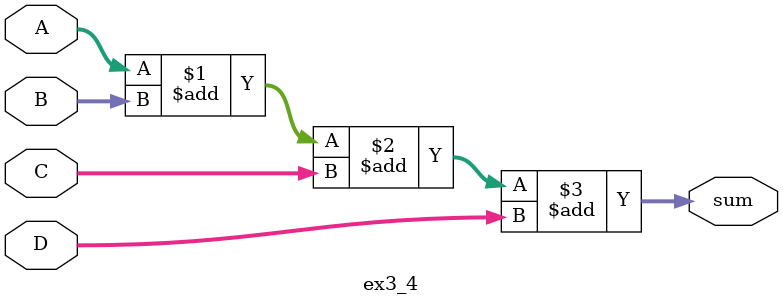
<source format=v>
module ex3_4(A, B, C, D, sum);
input  [3:0] A, B, C, D;
output [5:0] sum;

assign sum = A+B+C+D;

endmodule

</source>
